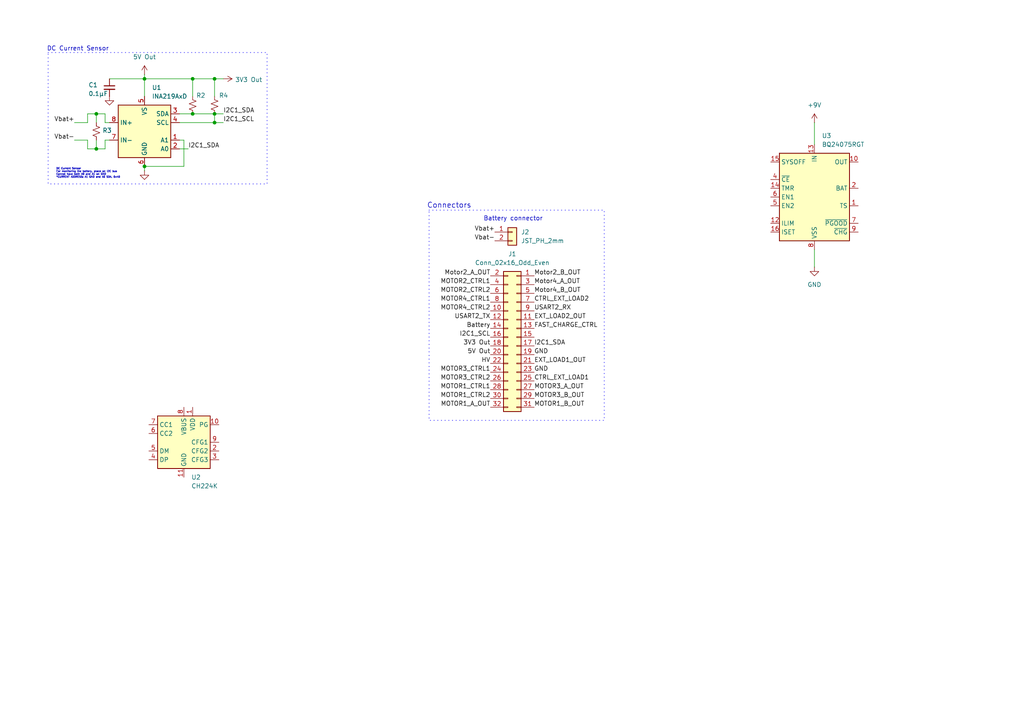
<source format=kicad_sch>
(kicad_sch
	(version 20250114)
	(generator "eeschema")
	(generator_version "9.0")
	(uuid "7765ff1a-d3b4-4c36-a374-0b467da55076")
	(paper "A4")
	(title_block
		(title "Power Subsystem")
		(date "2025-03-19")
		(rev "v1")
		(company "UCT")
		(comment 1 "Michael Smith")
		(comment 2 "Michael Lighton")
	)
	(lib_symbols
		(symbol "Battery_Management:BQ24075RGT"
			(exclude_from_sim no)
			(in_bom yes)
			(on_board yes)
			(property "Reference" "U"
				(at -8.89 13.97 0)
				(effects
					(font
						(size 1.27 1.27)
					)
					(justify right)
				)
			)
			(property "Value" "BQ24075RGT"
				(at 16.51 13.97 0)
				(effects
					(font
						(size 1.27 1.27)
					)
					(justify right)
				)
			)
			(property "Footprint" "Package_DFN_QFN:VQFN-16-1EP_3x3mm_P0.5mm_EP1.6x1.6mm"
				(at 7.62 -13.97 0)
				(effects
					(font
						(size 1.27 1.27)
					)
					(justify left)
					(hide yes)
				)
			)
			(property "Datasheet" "http://www.ti.com/lit/ds/symlink/bq24075.pdf"
				(at 7.62 5.08 0)
				(effects
					(font
						(size 1.27 1.27)
					)
					(hide yes)
				)
			)
			(property "Description" "USB-Friendly Li-Ion Battery Charger and Power-Path Management, VQFN-16"
				(at 0 0 0)
				(effects
					(font
						(size 1.27 1.27)
					)
					(hide yes)
				)
			)
			(property "ki_keywords" "USB Charger"
				(at 0 0 0)
				(effects
					(font
						(size 1.27 1.27)
					)
					(hide yes)
				)
			)
			(property "ki_fp_filters" "VQFN*1EP*3x3mm*P0.5mm*"
				(at 0 0 0)
				(effects
					(font
						(size 1.27 1.27)
					)
					(hide yes)
				)
			)
			(symbol "BQ24075RGT_0_1"
				(rectangle
					(start -10.16 12.7)
					(end 10.16 -12.7)
					(stroke
						(width 0.254)
						(type default)
					)
					(fill
						(type background)
					)
				)
			)
			(symbol "BQ24075RGT_1_1"
				(pin input line
					(at -12.7 10.16 0)
					(length 2.54)
					(name "SYSOFF"
						(effects
							(font
								(size 1.27 1.27)
							)
						)
					)
					(number "15"
						(effects
							(font
								(size 1.27 1.27)
							)
						)
					)
				)
				(pin input line
					(at -12.7 5.08 0)
					(length 2.54)
					(name "~{CE}"
						(effects
							(font
								(size 1.27 1.27)
							)
						)
					)
					(number "4"
						(effects
							(font
								(size 1.27 1.27)
							)
						)
					)
				)
				(pin input line
					(at -12.7 2.54 0)
					(length 2.54)
					(name "TMR"
						(effects
							(font
								(size 1.27 1.27)
							)
						)
					)
					(number "14"
						(effects
							(font
								(size 1.27 1.27)
							)
						)
					)
				)
				(pin input line
					(at -12.7 0 0)
					(length 2.54)
					(name "EN1"
						(effects
							(font
								(size 1.27 1.27)
							)
						)
					)
					(number "6"
						(effects
							(font
								(size 1.27 1.27)
							)
						)
					)
				)
				(pin input line
					(at -12.7 -2.54 0)
					(length 2.54)
					(name "EN2"
						(effects
							(font
								(size 1.27 1.27)
							)
						)
					)
					(number "5"
						(effects
							(font
								(size 1.27 1.27)
							)
						)
					)
				)
				(pin passive line
					(at -12.7 -7.62 0)
					(length 2.54)
					(name "ILIM"
						(effects
							(font
								(size 1.27 1.27)
							)
						)
					)
					(number "12"
						(effects
							(font
								(size 1.27 1.27)
							)
						)
					)
				)
				(pin passive line
					(at -12.7 -10.16 0)
					(length 2.54)
					(name "ISET"
						(effects
							(font
								(size 1.27 1.27)
							)
						)
					)
					(number "16"
						(effects
							(font
								(size 1.27 1.27)
							)
						)
					)
				)
				(pin power_in line
					(at 0 15.24 270)
					(length 2.54)
					(name "IN"
						(effects
							(font
								(size 1.27 1.27)
							)
						)
					)
					(number "13"
						(effects
							(font
								(size 1.27 1.27)
							)
						)
					)
				)
				(pin passive line
					(at 0 -15.24 90)
					(length 2.54)
					(hide yes)
					(name "VSS"
						(effects
							(font
								(size 1.27 1.27)
							)
						)
					)
					(number "17"
						(effects
							(font
								(size 1.27 1.27)
							)
						)
					)
				)
				(pin power_in line
					(at 0 -15.24 90)
					(length 2.54)
					(name "VSS"
						(effects
							(font
								(size 1.27 1.27)
							)
						)
					)
					(number "8"
						(effects
							(font
								(size 1.27 1.27)
							)
						)
					)
				)
				(pin power_out line
					(at 12.7 10.16 180)
					(length 2.54)
					(name "OUT"
						(effects
							(font
								(size 1.27 1.27)
							)
						)
					)
					(number "10"
						(effects
							(font
								(size 1.27 1.27)
							)
						)
					)
				)
				(pin passive line
					(at 12.7 10.16 180)
					(length 2.54)
					(hide yes)
					(name "OUT"
						(effects
							(font
								(size 1.27 1.27)
							)
						)
					)
					(number "11"
						(effects
							(font
								(size 1.27 1.27)
							)
						)
					)
				)
				(pin power_out line
					(at 12.7 2.54 180)
					(length 2.54)
					(name "BAT"
						(effects
							(font
								(size 1.27 1.27)
							)
						)
					)
					(number "2"
						(effects
							(font
								(size 1.27 1.27)
							)
						)
					)
				)
				(pin passive line
					(at 12.7 2.54 180)
					(length 2.54)
					(hide yes)
					(name "BAT"
						(effects
							(font
								(size 1.27 1.27)
							)
						)
					)
					(number "3"
						(effects
							(font
								(size 1.27 1.27)
							)
						)
					)
				)
				(pin passive line
					(at 12.7 -2.54 180)
					(length 2.54)
					(name "TS"
						(effects
							(font
								(size 1.27 1.27)
							)
						)
					)
					(number "1"
						(effects
							(font
								(size 1.27 1.27)
							)
						)
					)
				)
				(pin open_collector line
					(at 12.7 -7.62 180)
					(length 2.54)
					(name "~{PGOOD}"
						(effects
							(font
								(size 1.27 1.27)
							)
						)
					)
					(number "7"
						(effects
							(font
								(size 1.27 1.27)
							)
						)
					)
				)
				(pin open_collector line
					(at 12.7 -10.16 180)
					(length 2.54)
					(name "~{CHG}"
						(effects
							(font
								(size 1.27 1.27)
							)
						)
					)
					(number "9"
						(effects
							(font
								(size 1.27 1.27)
							)
						)
					)
				)
			)
			(embedded_fonts no)
		)
		(symbol "Connector_Generic:Conn_01x02"
			(pin_names
				(offset 1.016)
				(hide yes)
			)
			(exclude_from_sim no)
			(in_bom yes)
			(on_board yes)
			(property "Reference" "J"
				(at 0 2.54 0)
				(effects
					(font
						(size 1.27 1.27)
					)
				)
			)
			(property "Value" "Conn_01x02"
				(at 0 -5.08 0)
				(effects
					(font
						(size 1.27 1.27)
					)
				)
			)
			(property "Footprint" ""
				(at 0 0 0)
				(effects
					(font
						(size 1.27 1.27)
					)
					(hide yes)
				)
			)
			(property "Datasheet" "~"
				(at 0 0 0)
				(effects
					(font
						(size 1.27 1.27)
					)
					(hide yes)
				)
			)
			(property "Description" "Generic connector, single row, 01x02, script generated (kicad-library-utils/schlib/autogen/connector/)"
				(at 0 0 0)
				(effects
					(font
						(size 1.27 1.27)
					)
					(hide yes)
				)
			)
			(property "ki_keywords" "connector"
				(at 0 0 0)
				(effects
					(font
						(size 1.27 1.27)
					)
					(hide yes)
				)
			)
			(property "ki_fp_filters" "Connector*:*_1x??_*"
				(at 0 0 0)
				(effects
					(font
						(size 1.27 1.27)
					)
					(hide yes)
				)
			)
			(symbol "Conn_01x02_1_1"
				(rectangle
					(start -1.27 1.27)
					(end 1.27 -3.81)
					(stroke
						(width 0.254)
						(type default)
					)
					(fill
						(type background)
					)
				)
				(rectangle
					(start -1.27 0.127)
					(end 0 -0.127)
					(stroke
						(width 0.1524)
						(type default)
					)
					(fill
						(type none)
					)
				)
				(rectangle
					(start -1.27 -2.413)
					(end 0 -2.667)
					(stroke
						(width 0.1524)
						(type default)
					)
					(fill
						(type none)
					)
				)
				(pin passive line
					(at -5.08 0 0)
					(length 3.81)
					(name "Pin_1"
						(effects
							(font
								(size 1.27 1.27)
							)
						)
					)
					(number "1"
						(effects
							(font
								(size 1.27 1.27)
							)
						)
					)
				)
				(pin passive line
					(at -5.08 -2.54 0)
					(length 3.81)
					(name "Pin_2"
						(effects
							(font
								(size 1.27 1.27)
							)
						)
					)
					(number "2"
						(effects
							(font
								(size 1.27 1.27)
							)
						)
					)
				)
			)
			(embedded_fonts no)
		)
		(symbol "Connector_Generic:Conn_02x16_Odd_Even"
			(pin_names
				(offset 1.016)
				(hide yes)
			)
			(exclude_from_sim no)
			(in_bom yes)
			(on_board yes)
			(property "Reference" "J"
				(at 1.27 20.32 0)
				(effects
					(font
						(size 1.27 1.27)
					)
				)
			)
			(property "Value" "Conn_02x16_Odd_Even"
				(at 1.27 -22.86 0)
				(effects
					(font
						(size 1.27 1.27)
					)
				)
			)
			(property "Footprint" ""
				(at 0 0 0)
				(effects
					(font
						(size 1.27 1.27)
					)
					(hide yes)
				)
			)
			(property "Datasheet" "~"
				(at 0 0 0)
				(effects
					(font
						(size 1.27 1.27)
					)
					(hide yes)
				)
			)
			(property "Description" "Generic connector, double row, 02x16, odd/even pin numbering scheme (row 1 odd numbers, row 2 even numbers), script generated (kicad-library-utils/schlib/autogen/connector/)"
				(at 0 0 0)
				(effects
					(font
						(size 1.27 1.27)
					)
					(hide yes)
				)
			)
			(property "ki_keywords" "connector"
				(at 0 0 0)
				(effects
					(font
						(size 1.27 1.27)
					)
					(hide yes)
				)
			)
			(property "ki_fp_filters" "Connector*:*_2x??_*"
				(at 0 0 0)
				(effects
					(font
						(size 1.27 1.27)
					)
					(hide yes)
				)
			)
			(symbol "Conn_02x16_Odd_Even_1_1"
				(rectangle
					(start -1.27 19.05)
					(end 3.81 -21.59)
					(stroke
						(width 0.254)
						(type default)
					)
					(fill
						(type background)
					)
				)
				(rectangle
					(start -1.27 17.907)
					(end 0 17.653)
					(stroke
						(width 0.1524)
						(type default)
					)
					(fill
						(type none)
					)
				)
				(rectangle
					(start -1.27 15.367)
					(end 0 15.113)
					(stroke
						(width 0.1524)
						(type default)
					)
					(fill
						(type none)
					)
				)
				(rectangle
					(start -1.27 12.827)
					(end 0 12.573)
					(stroke
						(width 0.1524)
						(type default)
					)
					(fill
						(type none)
					)
				)
				(rectangle
					(start -1.27 10.287)
					(end 0 10.033)
					(stroke
						(width 0.1524)
						(type default)
					)
					(fill
						(type none)
					)
				)
				(rectangle
					(start -1.27 7.747)
					(end 0 7.493)
					(stroke
						(width 0.1524)
						(type default)
					)
					(fill
						(type none)
					)
				)
				(rectangle
					(start -1.27 5.207)
					(end 0 4.953)
					(stroke
						(width 0.1524)
						(type default)
					)
					(fill
						(type none)
					)
				)
				(rectangle
					(start -1.27 2.667)
					(end 0 2.413)
					(stroke
						(width 0.1524)
						(type default)
					)
					(fill
						(type none)
					)
				)
				(rectangle
					(start -1.27 0.127)
					(end 0 -0.127)
					(stroke
						(width 0.1524)
						(type default)
					)
					(fill
						(type none)
					)
				)
				(rectangle
					(start -1.27 -2.413)
					(end 0 -2.667)
					(stroke
						(width 0.1524)
						(type default)
					)
					(fill
						(type none)
					)
				)
				(rectangle
					(start -1.27 -4.953)
					(end 0 -5.207)
					(stroke
						(width 0.1524)
						(type default)
					)
					(fill
						(type none)
					)
				)
				(rectangle
					(start -1.27 -7.493)
					(end 0 -7.747)
					(stroke
						(width 0.1524)
						(type default)
					)
					(fill
						(type none)
					)
				)
				(rectangle
					(start -1.27 -10.033)
					(end 0 -10.287)
					(stroke
						(width 0.1524)
						(type default)
					)
					(fill
						(type none)
					)
				)
				(rectangle
					(start -1.27 -12.573)
					(end 0 -12.827)
					(stroke
						(width 0.1524)
						(type default)
					)
					(fill
						(type none)
					)
				)
				(rectangle
					(start -1.27 -15.113)
					(end 0 -15.367)
					(stroke
						(width 0.1524)
						(type default)
					)
					(fill
						(type none)
					)
				)
				(rectangle
					(start -1.27 -17.653)
					(end 0 -17.907)
					(stroke
						(width 0.1524)
						(type default)
					)
					(fill
						(type none)
					)
				)
				(rectangle
					(start -1.27 -20.193)
					(end 0 -20.447)
					(stroke
						(width 0.1524)
						(type default)
					)
					(fill
						(type none)
					)
				)
				(rectangle
					(start 3.81 17.907)
					(end 2.54 17.653)
					(stroke
						(width 0.1524)
						(type default)
					)
					(fill
						(type none)
					)
				)
				(rectangle
					(start 3.81 15.367)
					(end 2.54 15.113)
					(stroke
						(width 0.1524)
						(type default)
					)
					(fill
						(type none)
					)
				)
				(rectangle
					(start 3.81 12.827)
					(end 2.54 12.573)
					(stroke
						(width 0.1524)
						(type default)
					)
					(fill
						(type none)
					)
				)
				(rectangle
					(start 3.81 10.287)
					(end 2.54 10.033)
					(stroke
						(width 0.1524)
						(type default)
					)
					(fill
						(type none)
					)
				)
				(rectangle
					(start 3.81 7.747)
					(end 2.54 7.493)
					(stroke
						(width 0.1524)
						(type default)
					)
					(fill
						(type none)
					)
				)
				(rectangle
					(start 3.81 5.207)
					(end 2.54 4.953)
					(stroke
						(width 0.1524)
						(type default)
					)
					(fill
						(type none)
					)
				)
				(rectangle
					(start 3.81 2.667)
					(end 2.54 2.413)
					(stroke
						(width 0.1524)
						(type default)
					)
					(fill
						(type none)
					)
				)
				(rectangle
					(start 3.81 0.127)
					(end 2.54 -0.127)
					(stroke
						(width 0.1524)
						(type default)
					)
					(fill
						(type none)
					)
				)
				(rectangle
					(start 3.81 -2.413)
					(end 2.54 -2.667)
					(stroke
						(width 0.1524)
						(type default)
					)
					(fill
						(type none)
					)
				)
				(rectangle
					(start 3.81 -4.953)
					(end 2.54 -5.207)
					(stroke
						(width 0.1524)
						(type default)
					)
					(fill
						(type none)
					)
				)
				(rectangle
					(start 3.81 -7.493)
					(end 2.54 -7.747)
					(stroke
						(width 0.1524)
						(type default)
					)
					(fill
						(type none)
					)
				)
				(rectangle
					(start 3.81 -10.033)
					(end 2.54 -10.287)
					(stroke
						(width 0.1524)
						(type default)
					)
					(fill
						(type none)
					)
				)
				(rectangle
					(start 3.81 -12.573)
					(end 2.54 -12.827)
					(stroke
						(width 0.1524)
						(type default)
					)
					(fill
						(type none)
					)
				)
				(rectangle
					(start 3.81 -15.113)
					(end 2.54 -15.367)
					(stroke
						(width 0.1524)
						(type default)
					)
					(fill
						(type none)
					)
				)
				(rectangle
					(start 3.81 -17.653)
					(end 2.54 -17.907)
					(stroke
						(width 0.1524)
						(type default)
					)
					(fill
						(type none)
					)
				)
				(rectangle
					(start 3.81 -20.193)
					(end 2.54 -20.447)
					(stroke
						(width 0.1524)
						(type default)
					)
					(fill
						(type none)
					)
				)
				(pin passive line
					(at -5.08 17.78 0)
					(length 3.81)
					(name "Pin_1"
						(effects
							(font
								(size 1.27 1.27)
							)
						)
					)
					(number "1"
						(effects
							(font
								(size 1.27 1.27)
							)
						)
					)
				)
				(pin passive line
					(at -5.08 15.24 0)
					(length 3.81)
					(name "Pin_3"
						(effects
							(font
								(size 1.27 1.27)
							)
						)
					)
					(number "3"
						(effects
							(font
								(size 1.27 1.27)
							)
						)
					)
				)
				(pin passive line
					(at -5.08 12.7 0)
					(length 3.81)
					(name "Pin_5"
						(effects
							(font
								(size 1.27 1.27)
							)
						)
					)
					(number "5"
						(effects
							(font
								(size 1.27 1.27)
							)
						)
					)
				)
				(pin passive line
					(at -5.08 10.16 0)
					(length 3.81)
					(name "Pin_7"
						(effects
							(font
								(size 1.27 1.27)
							)
						)
					)
					(number "7"
						(effects
							(font
								(size 1.27 1.27)
							)
						)
					)
				)
				(pin passive line
					(at -5.08 7.62 0)
					(length 3.81)
					(name "Pin_9"
						(effects
							(font
								(size 1.27 1.27)
							)
						)
					)
					(number "9"
						(effects
							(font
								(size 1.27 1.27)
							)
						)
					)
				)
				(pin passive line
					(at -5.08 5.08 0)
					(length 3.81)
					(name "Pin_11"
						(effects
							(font
								(size 1.27 1.27)
							)
						)
					)
					(number "11"
						(effects
							(font
								(size 1.27 1.27)
							)
						)
					)
				)
				(pin passive line
					(at -5.08 2.54 0)
					(length 3.81)
					(name "Pin_13"
						(effects
							(font
								(size 1.27 1.27)
							)
						)
					)
					(number "13"
						(effects
							(font
								(size 1.27 1.27)
							)
						)
					)
				)
				(pin passive line
					(at -5.08 0 0)
					(length 3.81)
					(name "Pin_15"
						(effects
							(font
								(size 1.27 1.27)
							)
						)
					)
					(number "15"
						(effects
							(font
								(size 1.27 1.27)
							)
						)
					)
				)
				(pin passive line
					(at -5.08 -2.54 0)
					(length 3.81)
					(name "Pin_17"
						(effects
							(font
								(size 1.27 1.27)
							)
						)
					)
					(number "17"
						(effects
							(font
								(size 1.27 1.27)
							)
						)
					)
				)
				(pin passive line
					(at -5.08 -5.08 0)
					(length 3.81)
					(name "Pin_19"
						(effects
							(font
								(size 1.27 1.27)
							)
						)
					)
					(number "19"
						(effects
							(font
								(size 1.27 1.27)
							)
						)
					)
				)
				(pin passive line
					(at -5.08 -7.62 0)
					(length 3.81)
					(name "Pin_21"
						(effects
							(font
								(size 1.27 1.27)
							)
						)
					)
					(number "21"
						(effects
							(font
								(size 1.27 1.27)
							)
						)
					)
				)
				(pin passive line
					(at -5.08 -10.16 0)
					(length 3.81)
					(name "Pin_23"
						(effects
							(font
								(size 1.27 1.27)
							)
						)
					)
					(number "23"
						(effects
							(font
								(size 1.27 1.27)
							)
						)
					)
				)
				(pin passive line
					(at -5.08 -12.7 0)
					(length 3.81)
					(name "Pin_25"
						(effects
							(font
								(size 1.27 1.27)
							)
						)
					)
					(number "25"
						(effects
							(font
								(size 1.27 1.27)
							)
						)
					)
				)
				(pin passive line
					(at -5.08 -15.24 0)
					(length 3.81)
					(name "Pin_27"
						(effects
							(font
								(size 1.27 1.27)
							)
						)
					)
					(number "27"
						(effects
							(font
								(size 1.27 1.27)
							)
						)
					)
				)
				(pin passive line
					(at -5.08 -17.78 0)
					(length 3.81)
					(name "Pin_29"
						(effects
							(font
								(size 1.27 1.27)
							)
						)
					)
					(number "29"
						(effects
							(font
								(size 1.27 1.27)
							)
						)
					)
				)
				(pin passive line
					(at -5.08 -20.32 0)
					(length 3.81)
					(name "Pin_31"
						(effects
							(font
								(size 1.27 1.27)
							)
						)
					)
					(number "31"
						(effects
							(font
								(size 1.27 1.27)
							)
						)
					)
				)
				(pin passive line
					(at 7.62 17.78 180)
					(length 3.81)
					(name "Pin_2"
						(effects
							(font
								(size 1.27 1.27)
							)
						)
					)
					(number "2"
						(effects
							(font
								(size 1.27 1.27)
							)
						)
					)
				)
				(pin passive line
					(at 7.62 15.24 180)
					(length 3.81)
					(name "Pin_4"
						(effects
							(font
								(size 1.27 1.27)
							)
						)
					)
					(number "4"
						(effects
							(font
								(size 1.27 1.27)
							)
						)
					)
				)
				(pin passive line
					(at 7.62 12.7 180)
					(length 3.81)
					(name "Pin_6"
						(effects
							(font
								(size 1.27 1.27)
							)
						)
					)
					(number "6"
						(effects
							(font
								(size 1.27 1.27)
							)
						)
					)
				)
				(pin passive line
					(at 7.62 10.16 180)
					(length 3.81)
					(name "Pin_8"
						(effects
							(font
								(size 1.27 1.27)
							)
						)
					)
					(number "8"
						(effects
							(font
								(size 1.27 1.27)
							)
						)
					)
				)
				(pin passive line
					(at 7.62 7.62 180)
					(length 3.81)
					(name "Pin_10"
						(effects
							(font
								(size 1.27 1.27)
							)
						)
					)
					(number "10"
						(effects
							(font
								(size 1.27 1.27)
							)
						)
					)
				)
				(pin passive line
					(at 7.62 5.08 180)
					(length 3.81)
					(name "Pin_12"
						(effects
							(font
								(size 1.27 1.27)
							)
						)
					)
					(number "12"
						(effects
							(font
								(size 1.27 1.27)
							)
						)
					)
				)
				(pin passive line
					(at 7.62 2.54 180)
					(length 3.81)
					(name "Pin_14"
						(effects
							(font
								(size 1.27 1.27)
							)
						)
					)
					(number "14"
						(effects
							(font
								(size 1.27 1.27)
							)
						)
					)
				)
				(pin passive line
					(at 7.62 0 180)
					(length 3.81)
					(name "Pin_16"
						(effects
							(font
								(size 1.27 1.27)
							)
						)
					)
					(number "16"
						(effects
							(font
								(size 1.27 1.27)
							)
						)
					)
				)
				(pin passive line
					(at 7.62 -2.54 180)
					(length 3.81)
					(name "Pin_18"
						(effects
							(font
								(size 1.27 1.27)
							)
						)
					)
					(number "18"
						(effects
							(font
								(size 1.27 1.27)
							)
						)
					)
				)
				(pin passive line
					(at 7.62 -5.08 180)
					(length 3.81)
					(name "Pin_20"
						(effects
							(font
								(size 1.27 1.27)
							)
						)
					)
					(number "20"
						(effects
							(font
								(size 1.27 1.27)
							)
						)
					)
				)
				(pin passive line
					(at 7.62 -7.62 180)
					(length 3.81)
					(name "Pin_22"
						(effects
							(font
								(size 1.27 1.27)
							)
						)
					)
					(number "22"
						(effects
							(font
								(size 1.27 1.27)
							)
						)
					)
				)
				(pin passive line
					(at 7.62 -10.16 180)
					(length 3.81)
					(name "Pin_24"
						(effects
							(font
								(size 1.27 1.27)
							)
						)
					)
					(number "24"
						(effects
							(font
								(size 1.27 1.27)
							)
						)
					)
				)
				(pin passive line
					(at 7.62 -12.7 180)
					(length 3.81)
					(name "Pin_26"
						(effects
							(font
								(size 1.27 1.27)
							)
						)
					)
					(number "26"
						(effects
							(font
								(size 1.27 1.27)
							)
						)
					)
				)
				(pin passive line
					(at 7.62 -15.24 180)
					(length 3.81)
					(name "Pin_28"
						(effects
							(font
								(size 1.27 1.27)
							)
						)
					)
					(number "28"
						(effects
							(font
								(size 1.27 1.27)
							)
						)
					)
				)
				(pin passive line
					(at 7.62 -17.78 180)
					(length 3.81)
					(name "Pin_30"
						(effects
							(font
								(size 1.27 1.27)
							)
						)
					)
					(number "30"
						(effects
							(font
								(size 1.27 1.27)
							)
						)
					)
				)
				(pin passive line
					(at 7.62 -20.32 180)
					(length 3.81)
					(name "Pin_32"
						(effects
							(font
								(size 1.27 1.27)
							)
						)
					)
					(number "32"
						(effects
							(font
								(size 1.27 1.27)
							)
						)
					)
				)
			)
			(embedded_fonts no)
		)
		(symbol "Device:C_Small"
			(pin_numbers
				(hide yes)
			)
			(pin_names
				(offset 0.254)
				(hide yes)
			)
			(exclude_from_sim no)
			(in_bom yes)
			(on_board yes)
			(property "Reference" "C"
				(at 0.254 1.778 0)
				(effects
					(font
						(size 1.27 1.27)
					)
					(justify left)
				)
			)
			(property "Value" "C_Small"
				(at 0.254 -2.032 0)
				(effects
					(font
						(size 1.27 1.27)
					)
					(justify left)
				)
			)
			(property "Footprint" ""
				(at 0 0 0)
				(effects
					(font
						(size 1.27 1.27)
					)
					(hide yes)
				)
			)
			(property "Datasheet" "~"
				(at 0 0 0)
				(effects
					(font
						(size 1.27 1.27)
					)
					(hide yes)
				)
			)
			(property "Description" "Unpolarized capacitor, small symbol"
				(at 0 0 0)
				(effects
					(font
						(size 1.27 1.27)
					)
					(hide yes)
				)
			)
			(property "ki_keywords" "capacitor cap"
				(at 0 0 0)
				(effects
					(font
						(size 1.27 1.27)
					)
					(hide yes)
				)
			)
			(property "ki_fp_filters" "C_*"
				(at 0 0 0)
				(effects
					(font
						(size 1.27 1.27)
					)
					(hide yes)
				)
			)
			(symbol "C_Small_0_1"
				(polyline
					(pts
						(xy -1.524 0.508) (xy 1.524 0.508)
					)
					(stroke
						(width 0.3048)
						(type default)
					)
					(fill
						(type none)
					)
				)
				(polyline
					(pts
						(xy -1.524 -0.508) (xy 1.524 -0.508)
					)
					(stroke
						(width 0.3302)
						(type default)
					)
					(fill
						(type none)
					)
				)
			)
			(symbol "C_Small_1_1"
				(pin passive line
					(at 0 2.54 270)
					(length 2.032)
					(name "~"
						(effects
							(font
								(size 1.27 1.27)
							)
						)
					)
					(number "1"
						(effects
							(font
								(size 1.27 1.27)
							)
						)
					)
				)
				(pin passive line
					(at 0 -2.54 90)
					(length 2.032)
					(name "~"
						(effects
							(font
								(size 1.27 1.27)
							)
						)
					)
					(number "2"
						(effects
							(font
								(size 1.27 1.27)
							)
						)
					)
				)
			)
			(embedded_fonts no)
		)
		(symbol "Device:R_Small_US"
			(pin_numbers
				(hide yes)
			)
			(pin_names
				(offset 0.254)
				(hide yes)
			)
			(exclude_from_sim no)
			(in_bom yes)
			(on_board yes)
			(property "Reference" "R"
				(at 0.762 0.508 0)
				(effects
					(font
						(size 1.27 1.27)
					)
					(justify left)
				)
			)
			(property "Value" "R_Small_US"
				(at 0.762 -1.016 0)
				(effects
					(font
						(size 1.27 1.27)
					)
					(justify left)
				)
			)
			(property "Footprint" ""
				(at 0 0 0)
				(effects
					(font
						(size 1.27 1.27)
					)
					(hide yes)
				)
			)
			(property "Datasheet" "~"
				(at 0 0 0)
				(effects
					(font
						(size 1.27 1.27)
					)
					(hide yes)
				)
			)
			(property "Description" "Resistor, small US symbol"
				(at 0 0 0)
				(effects
					(font
						(size 1.27 1.27)
					)
					(hide yes)
				)
			)
			(property "ki_keywords" "r resistor"
				(at 0 0 0)
				(effects
					(font
						(size 1.27 1.27)
					)
					(hide yes)
				)
			)
			(property "ki_fp_filters" "R_*"
				(at 0 0 0)
				(effects
					(font
						(size 1.27 1.27)
					)
					(hide yes)
				)
			)
			(symbol "R_Small_US_1_1"
				(polyline
					(pts
						(xy 0 1.524) (xy 1.016 1.143) (xy 0 0.762) (xy -1.016 0.381) (xy 0 0)
					)
					(stroke
						(width 0)
						(type default)
					)
					(fill
						(type none)
					)
				)
				(polyline
					(pts
						(xy 0 0) (xy 1.016 -0.381) (xy 0 -0.762) (xy -1.016 -1.143) (xy 0 -1.524)
					)
					(stroke
						(width 0)
						(type default)
					)
					(fill
						(type none)
					)
				)
				(pin passive line
					(at 0 2.54 270)
					(length 1.016)
					(name "~"
						(effects
							(font
								(size 1.27 1.27)
							)
						)
					)
					(number "1"
						(effects
							(font
								(size 1.27 1.27)
							)
						)
					)
				)
				(pin passive line
					(at 0 -2.54 90)
					(length 1.016)
					(name "~"
						(effects
							(font
								(size 1.27 1.27)
							)
						)
					)
					(number "2"
						(effects
							(font
								(size 1.27 1.27)
							)
						)
					)
				)
			)
			(embedded_fonts no)
		)
		(symbol "Interface_USB:CH224K"
			(exclude_from_sim no)
			(in_bom yes)
			(on_board yes)
			(property "Reference" "U"
				(at -7.874 -8.89 0)
				(effects
					(font
						(size 1.27 1.27)
					)
					(justify left)
				)
			)
			(property "Value" "CH224K"
				(at 3.048 -8.89 0)
				(effects
					(font
						(size 1.27 1.27)
					)
					(justify left)
				)
			)
			(property "Footprint" "Package_SO:SSOP-10-1EP_3.9x4.9mm_P1mm_EP2.1x3.3mm"
				(at 0 -24.13 0)
				(effects
					(font
						(size 1.27 1.27)
					)
					(hide yes)
				)
			)
			(property "Datasheet" "https://www.wch.cn/downloads/file/301.html"
				(at 0 13.97 0)
				(effects
					(font
						(size 1.27 1.27)
					)
					(hide yes)
				)
			)
			(property "Description" "100W USB Type-C PD3.0/2.0, BC1.2 Sink Controller, SSOP-10"
				(at 0 0 0)
				(effects
					(font
						(size 1.27 1.27)
					)
					(hide yes)
				)
			)
			(property "ki_keywords" "USB-C WCH powered-device"
				(at 0 0 0)
				(effects
					(font
						(size 1.27 1.27)
					)
					(hide yes)
				)
			)
			(property "ki_fp_filters" "SSOP*3.9x4.9mm*P1mm*EP2.1x3.3mm*"
				(at 0 0 0)
				(effects
					(font
						(size 1.27 1.27)
					)
					(hide yes)
				)
			)
			(symbol "CH224K_1_1"
				(rectangle
					(start -7.62 7.62)
					(end 7.62 -7.62)
					(stroke
						(width 0.254)
						(type default)
					)
					(fill
						(type background)
					)
				)
				(pin bidirectional line
					(at -10.16 5.08 0)
					(length 2.54)
					(name "CC1"
						(effects
							(font
								(size 1.27 1.27)
							)
						)
					)
					(number "7"
						(effects
							(font
								(size 1.27 1.27)
							)
						)
					)
				)
				(pin bidirectional line
					(at -10.16 2.54 0)
					(length 2.54)
					(name "CC2"
						(effects
							(font
								(size 1.27 1.27)
							)
						)
					)
					(number "6"
						(effects
							(font
								(size 1.27 1.27)
							)
						)
					)
				)
				(pin bidirectional line
					(at -10.16 -2.54 0)
					(length 2.54)
					(name "DM"
						(effects
							(font
								(size 1.27 1.27)
							)
						)
					)
					(number "5"
						(effects
							(font
								(size 1.27 1.27)
							)
						)
					)
				)
				(pin bidirectional line
					(at -10.16 -5.08 0)
					(length 2.54)
					(name "DP"
						(effects
							(font
								(size 1.27 1.27)
							)
						)
					)
					(number "4"
						(effects
							(font
								(size 1.27 1.27)
							)
						)
					)
				)
				(pin passive line
					(at 0 10.16 270)
					(length 2.54)
					(name "VBUS"
						(effects
							(font
								(size 1.27 1.27)
							)
						)
					)
					(number "8"
						(effects
							(font
								(size 1.27 1.27)
							)
						)
					)
				)
				(pin power_in line
					(at 0 -10.16 90)
					(length 2.54)
					(name "GND"
						(effects
							(font
								(size 1.27 1.27)
							)
						)
					)
					(number "11"
						(effects
							(font
								(size 1.27 1.27)
							)
						)
					)
				)
				(pin power_in line
					(at 2.54 10.16 270)
					(length 2.54)
					(name "VDD"
						(effects
							(font
								(size 1.27 1.27)
							)
						)
					)
					(number "1"
						(effects
							(font
								(size 1.27 1.27)
							)
						)
					)
				)
				(pin open_collector line
					(at 10.16 5.08 180)
					(length 2.54)
					(name "PG"
						(effects
							(font
								(size 1.27 1.27)
							)
						)
					)
					(number "10"
						(effects
							(font
								(size 1.27 1.27)
							)
						)
					)
				)
				(pin passive line
					(at 10.16 0 180)
					(length 2.54)
					(name "CFG1"
						(effects
							(font
								(size 1.27 1.27)
							)
						)
					)
					(number "9"
						(effects
							(font
								(size 1.27 1.27)
							)
						)
					)
				)
				(pin passive line
					(at 10.16 -2.54 180)
					(length 2.54)
					(name "CFG2"
						(effects
							(font
								(size 1.27 1.27)
							)
						)
					)
					(number "2"
						(effects
							(font
								(size 1.27 1.27)
							)
						)
					)
				)
				(pin passive line
					(at 10.16 -5.08 180)
					(length 2.54)
					(name "CFG3"
						(effects
							(font
								(size 1.27 1.27)
							)
						)
					)
					(number "3"
						(effects
							(font
								(size 1.27 1.27)
							)
						)
					)
				)
			)
			(embedded_fonts no)
		)
		(symbol "Sensor_Energy:INA219AxD"
			(exclude_from_sim no)
			(in_bom yes)
			(on_board yes)
			(property "Reference" "U"
				(at -6.35 8.89 0)
				(effects
					(font
						(size 1.27 1.27)
					)
				)
			)
			(property "Value" "INA219AxD"
				(at 5.08 8.89 0)
				(effects
					(font
						(size 1.27 1.27)
					)
				)
			)
			(property "Footprint" "Package_SO:SOIC-8_3.9x4.9mm_P1.27mm"
				(at 20.32 -8.89 0)
				(effects
					(font
						(size 1.27 1.27)
					)
					(hide yes)
				)
			)
			(property "Datasheet" "http://www.ti.com/lit/ds/symlink/ina219.pdf"
				(at 8.89 -2.54 0)
				(effects
					(font
						(size 1.27 1.27)
					)
					(hide yes)
				)
			)
			(property "Description" "Zero-Drift, Bidirectional Current/Power Monitor (0-26V) With I2C Interface, SOIC-8"
				(at 0 0 0)
				(effects
					(font
						(size 1.27 1.27)
					)
					(hide yes)
				)
			)
			(property "ki_keywords" "ADC I2C 16-Bit Oversampling Current Shunt"
				(at 0 0 0)
				(effects
					(font
						(size 1.27 1.27)
					)
					(hide yes)
				)
			)
			(property "ki_fp_filters" "SOIC*3.9x4.9mm*P1.27mm*"
				(at 0 0 0)
				(effects
					(font
						(size 1.27 1.27)
					)
					(hide yes)
				)
			)
			(symbol "INA219AxD_0_1"
				(rectangle
					(start -7.62 7.62)
					(end 7.62 -7.62)
					(stroke
						(width 0.254)
						(type default)
					)
					(fill
						(type background)
					)
				)
			)
			(symbol "INA219AxD_1_1"
				(pin input line
					(at -10.16 2.54 0)
					(length 2.54)
					(name "IN+"
						(effects
							(font
								(size 1.27 1.27)
							)
						)
					)
					(number "8"
						(effects
							(font
								(size 1.27 1.27)
							)
						)
					)
				)
				(pin input line
					(at -10.16 -2.54 0)
					(length 2.54)
					(name "IN-"
						(effects
							(font
								(size 1.27 1.27)
							)
						)
					)
					(number "7"
						(effects
							(font
								(size 1.27 1.27)
							)
						)
					)
				)
				(pin power_in line
					(at 0 10.16 270)
					(length 2.54)
					(name "VS"
						(effects
							(font
								(size 1.27 1.27)
							)
						)
					)
					(number "5"
						(effects
							(font
								(size 1.27 1.27)
							)
						)
					)
				)
				(pin power_in line
					(at 0 -10.16 90)
					(length 2.54)
					(name "GND"
						(effects
							(font
								(size 1.27 1.27)
							)
						)
					)
					(number "6"
						(effects
							(font
								(size 1.27 1.27)
							)
						)
					)
				)
				(pin bidirectional line
					(at 10.16 5.08 180)
					(length 2.54)
					(name "SDA"
						(effects
							(font
								(size 1.27 1.27)
							)
						)
					)
					(number "3"
						(effects
							(font
								(size 1.27 1.27)
							)
						)
					)
				)
				(pin input line
					(at 10.16 2.54 180)
					(length 2.54)
					(name "SCL"
						(effects
							(font
								(size 1.27 1.27)
							)
						)
					)
					(number "4"
						(effects
							(font
								(size 1.27 1.27)
							)
						)
					)
				)
				(pin input line
					(at 10.16 -2.54 180)
					(length 2.54)
					(name "A1"
						(effects
							(font
								(size 1.27 1.27)
							)
						)
					)
					(number "1"
						(effects
							(font
								(size 1.27 1.27)
							)
						)
					)
				)
				(pin input line
					(at 10.16 -5.08 180)
					(length 2.54)
					(name "A0"
						(effects
							(font
								(size 1.27 1.27)
							)
						)
					)
					(number "2"
						(effects
							(font
								(size 1.27 1.27)
							)
						)
					)
				)
			)
			(embedded_fonts no)
		)
		(symbol "power:+9V"
			(power)
			(pin_numbers
				(hide yes)
			)
			(pin_names
				(offset 0)
				(hide yes)
			)
			(exclude_from_sim no)
			(in_bom yes)
			(on_board yes)
			(property "Reference" "#PWR"
				(at 0 -3.81 0)
				(effects
					(font
						(size 1.27 1.27)
					)
					(hide yes)
				)
			)
			(property "Value" "+9V"
				(at 0 3.556 0)
				(effects
					(font
						(size 1.27 1.27)
					)
				)
			)
			(property "Footprint" ""
				(at 0 0 0)
				(effects
					(font
						(size 1.27 1.27)
					)
					(hide yes)
				)
			)
			(property "Datasheet" ""
				(at 0 0 0)
				(effects
					(font
						(size 1.27 1.27)
					)
					(hide yes)
				)
			)
			(property "Description" "Power symbol creates a global label with name \"+9V\""
				(at 0 0 0)
				(effects
					(font
						(size 1.27 1.27)
					)
					(hide yes)
				)
			)
			(property "ki_keywords" "global power"
				(at 0 0 0)
				(effects
					(font
						(size 1.27 1.27)
					)
					(hide yes)
				)
			)
			(symbol "+9V_0_1"
				(polyline
					(pts
						(xy -0.762 1.27) (xy 0 2.54)
					)
					(stroke
						(width 0)
						(type default)
					)
					(fill
						(type none)
					)
				)
				(polyline
					(pts
						(xy 0 2.54) (xy 0.762 1.27)
					)
					(stroke
						(width 0)
						(type default)
					)
					(fill
						(type none)
					)
				)
				(polyline
					(pts
						(xy 0 0) (xy 0 2.54)
					)
					(stroke
						(width 0)
						(type default)
					)
					(fill
						(type none)
					)
				)
			)
			(symbol "+9V_1_1"
				(pin power_in line
					(at 0 0 90)
					(length 0)
					(name "~"
						(effects
							(font
								(size 1.27 1.27)
							)
						)
					)
					(number "1"
						(effects
							(font
								(size 1.27 1.27)
							)
						)
					)
				)
			)
			(embedded_fonts no)
		)
		(symbol "power:GND"
			(power)
			(pin_numbers
				(hide yes)
			)
			(pin_names
				(offset 0)
				(hide yes)
			)
			(exclude_from_sim no)
			(in_bom yes)
			(on_board yes)
			(property "Reference" "#PWR"
				(at 0 -6.35 0)
				(effects
					(font
						(size 1.27 1.27)
					)
					(hide yes)
				)
			)
			(property "Value" "GND"
				(at 0 -3.81 0)
				(effects
					(font
						(size 1.27 1.27)
					)
				)
			)
			(property "Footprint" ""
				(at 0 0 0)
				(effects
					(font
						(size 1.27 1.27)
					)
					(hide yes)
				)
			)
			(property "Datasheet" ""
				(at 0 0 0)
				(effects
					(font
						(size 1.27 1.27)
					)
					(hide yes)
				)
			)
			(property "Description" "Power symbol creates a global label with name \"GND\" , ground"
				(at 0 0 0)
				(effects
					(font
						(size 1.27 1.27)
					)
					(hide yes)
				)
			)
			(property "ki_keywords" "global power"
				(at 0 0 0)
				(effects
					(font
						(size 1.27 1.27)
					)
					(hide yes)
				)
			)
			(symbol "GND_0_1"
				(polyline
					(pts
						(xy 0 0) (xy 0 -1.27) (xy 1.27 -1.27) (xy 0 -2.54) (xy -1.27 -1.27) (xy 0 -1.27)
					)
					(stroke
						(width 0)
						(type default)
					)
					(fill
						(type none)
					)
				)
			)
			(symbol "GND_1_1"
				(pin power_in line
					(at 0 0 270)
					(length 0)
					(name "~"
						(effects
							(font
								(size 1.27 1.27)
							)
						)
					)
					(number "1"
						(effects
							(font
								(size 1.27 1.27)
							)
						)
					)
				)
			)
			(embedded_fonts no)
		)
		(symbol "power:VCC"
			(power)
			(pin_numbers
				(hide yes)
			)
			(pin_names
				(offset 0)
				(hide yes)
			)
			(exclude_from_sim no)
			(in_bom yes)
			(on_board yes)
			(property "Reference" "#PWR"
				(at 0 -3.81 0)
				(effects
					(font
						(size 1.27 1.27)
					)
					(hide yes)
				)
			)
			(property "Value" "VCC"
				(at 0 3.556 0)
				(effects
					(font
						(size 1.27 1.27)
					)
				)
			)
			(property "Footprint" ""
				(at 0 0 0)
				(effects
					(font
						(size 1.27 1.27)
					)
					(hide yes)
				)
			)
			(property "Datasheet" ""
				(at 0 0 0)
				(effects
					(font
						(size 1.27 1.27)
					)
					(hide yes)
				)
			)
			(property "Description" "Power symbol creates a global label with name \"VCC\""
				(at 0 0 0)
				(effects
					(font
						(size 1.27 1.27)
					)
					(hide yes)
				)
			)
			(property "ki_keywords" "global power"
				(at 0 0 0)
				(effects
					(font
						(size 1.27 1.27)
					)
					(hide yes)
				)
			)
			(symbol "VCC_0_1"
				(polyline
					(pts
						(xy -0.762 1.27) (xy 0 2.54)
					)
					(stroke
						(width 0)
						(type default)
					)
					(fill
						(type none)
					)
				)
				(polyline
					(pts
						(xy 0 2.54) (xy 0.762 1.27)
					)
					(stroke
						(width 0)
						(type default)
					)
					(fill
						(type none)
					)
				)
				(polyline
					(pts
						(xy 0 0) (xy 0 2.54)
					)
					(stroke
						(width 0)
						(type default)
					)
					(fill
						(type none)
					)
				)
			)
			(symbol "VCC_1_1"
				(pin power_in line
					(at 0 0 90)
					(length 0)
					(name "~"
						(effects
							(font
								(size 1.27 1.27)
							)
						)
					)
					(number "1"
						(effects
							(font
								(size 1.27 1.27)
							)
						)
					)
				)
			)
			(embedded_fonts no)
		)
	)
	(rectangle
		(start 13.97 15.24)
		(end 77.47 53.34)
		(stroke
			(width 0.254)
			(type dot)
			(color 74 68 255 1)
		)
		(fill
			(type none)
		)
		(uuid 64619cd0-6118-4aac-8fd3-faffdeecc9ab)
	)
	(rectangle
		(start 124.46 60.96)
		(end 175.26 121.92)
		(stroke
			(width 0.254)
			(type dot)
			(color 74 68 255 1)
		)
		(fill
			(type none)
		)
		(uuid ca792dcc-aa2d-474b-b96d-f9458964b517)
	)
	(text "Battery connector\n"
		(exclude_from_sim yes)
		(at 148.844 63.5 0)
		(effects
			(font
				(size 1.27 1.27)
			)
		)
		(uuid "293d928f-5a8d-421d-bcad-959b4f6dc1af")
	)
	(text "DC Current Sensor"
		(exclude_from_sim no)
		(at 22.606 14.224 0)
		(effects
			(font
				(size 1.27 1.27)
			)
		)
		(uuid "4414af92-d7fa-4822-871f-1906b2cfefe7")
	)
	(text "Connectors"
		(exclude_from_sim no)
		(at 130.302 59.69 0)
		(effects
			(font
				(size 1.524 1.524)
			)
		)
		(uuid "6498fa4d-7f41-4cab-847e-f0a762ba3fd9")
	)
	(text "DC Current Sensor\nFor monitoring the battery, place on I2C bus \nCannot have both A0 and A1 on GND\n*CURRENT ADDRESS: A1 GND and A0 SDA, 0x40"
		(exclude_from_sim no)
		(at 16.256 50.292 0)
		(effects
			(font
				(size 0.508 0.508)
			)
			(justify left)
		)
		(uuid "67a0377e-8c72-4fda-85f4-3c7cb247a0b6")
	)
	(junction
		(at 55.88 33.02)
		(diameter 0)
		(color 0 0 0 0)
		(uuid "1265a0cc-2e38-4c91-81a1-b17ed93336df")
	)
	(junction
		(at 62.23 35.56)
		(diameter 0)
		(color 0 0 0 0)
		(uuid "4945e5b4-0df4-4cac-b4b9-60eb074bd88a")
	)
	(junction
		(at 27.94 43.18)
		(diameter 0)
		(color 0 0 0 0)
		(uuid "b2048fab-fa7f-49f7-97d7-d0e13bf51609")
	)
	(junction
		(at 27.94 33.02)
		(diameter 0)
		(color 0 0 0 0)
		(uuid "b4ea23c4-be7b-4a84-9fed-47735e329366")
	)
	(junction
		(at 62.23 33.02)
		(diameter 0)
		(color 0 0 0 0)
		(uuid "bd9e564e-bd8a-4639-a388-872038aaa3c2")
	)
	(junction
		(at 41.91 22.86)
		(diameter 0)
		(color 0 0 0 0)
		(uuid "cd4dbd35-70e2-4c98-946a-1cd85c2b9558")
	)
	(junction
		(at 41.91 48.26)
		(diameter 0)
		(color 0 0 0 0)
		(uuid "e42fc4be-7d3f-4fc4-a91a-be4e42fb973d")
	)
	(junction
		(at 62.23 22.86)
		(diameter 0)
		(color 0 0 0 0)
		(uuid "f862f996-8d9b-40c9-9d3f-6c052cea46e8")
	)
	(junction
		(at 55.88 22.86)
		(diameter 0)
		(color 0 0 0 0)
		(uuid "fdbb1aca-5f4b-40ad-bbc1-6650855a8153")
	)
	(wire
		(pts
			(xy 21.59 35.56) (xy 25.4 35.56)
		)
		(stroke
			(width 0)
			(type default)
		)
		(uuid "07b3011e-d345-4078-9fb3-4784eac8f9df")
	)
	(wire
		(pts
			(xy 52.07 33.02) (xy 55.88 33.02)
		)
		(stroke
			(width 0)
			(type default)
		)
		(uuid "09fd3ef6-7035-4924-8d0c-7206c9ecba65")
	)
	(wire
		(pts
			(xy 30.48 40.64) (xy 30.48 43.18)
		)
		(stroke
			(width 0)
			(type default)
		)
		(uuid "1b7d02d4-696b-4e74-9f43-c0bf746144e8")
	)
	(wire
		(pts
			(xy 30.48 35.56) (xy 31.75 35.56)
		)
		(stroke
			(width 0)
			(type default)
		)
		(uuid "1c224f00-5f35-4814-a760-cae328094c4e")
	)
	(wire
		(pts
			(xy 62.23 33.02) (xy 64.77 33.02)
		)
		(stroke
			(width 0)
			(type default)
		)
		(uuid "25d557f4-9cd1-4a55-8d76-88be53afd8f0")
	)
	(wire
		(pts
			(xy 41.91 48.26) (xy 53.34 48.26)
		)
		(stroke
			(width 0)
			(type default)
		)
		(uuid "32596c4c-96ff-4725-b135-9e89354f9ca6")
	)
	(wire
		(pts
			(xy 41.91 22.86) (xy 55.88 22.86)
		)
		(stroke
			(width 0)
			(type default)
		)
		(uuid "3352e3cf-d61c-4456-8274-4034401a19f5")
	)
	(wire
		(pts
			(xy 25.4 40.64) (xy 25.4 43.18)
		)
		(stroke
			(width 0)
			(type default)
		)
		(uuid "37575e8d-9d44-4d26-a354-2e5005f6a873")
	)
	(wire
		(pts
			(xy 27.94 40.64) (xy 27.94 43.18)
		)
		(stroke
			(width 0)
			(type default)
		)
		(uuid "3e3bc272-3315-4c5e-a808-5e700209a909")
	)
	(wire
		(pts
			(xy 41.91 22.86) (xy 41.91 27.94)
		)
		(stroke
			(width 0)
			(type default)
		)
		(uuid "4f14683c-fcd6-4737-af65-360e8034e351")
	)
	(wire
		(pts
			(xy 30.48 35.56) (xy 30.48 33.02)
		)
		(stroke
			(width 0)
			(type default)
		)
		(uuid "6169b336-27d7-41fa-9641-f4a454d49466")
	)
	(wire
		(pts
			(xy 31.75 22.86) (xy 41.91 22.86)
		)
		(stroke
			(width 0)
			(type default)
		)
		(uuid "61c85f07-0a16-462c-ad4d-b036387b67ed")
	)
	(wire
		(pts
			(xy 52.07 35.56) (xy 62.23 35.56)
		)
		(stroke
			(width 0)
			(type default)
		)
		(uuid "69f529a0-b107-4a3a-8686-13b2c55dd57f")
	)
	(wire
		(pts
			(xy 55.88 22.86) (xy 62.23 22.86)
		)
		(stroke
			(width 0)
			(type default)
		)
		(uuid "6f9da171-3d69-44cb-bcaa-845fb660f7c6")
	)
	(wire
		(pts
			(xy 62.23 35.56) (xy 64.77 35.56)
		)
		(stroke
			(width 0)
			(type default)
		)
		(uuid "73d4575f-5080-471e-971c-f49b89439051")
	)
	(wire
		(pts
			(xy 55.88 22.86) (xy 55.88 27.94)
		)
		(stroke
			(width 0)
			(type default)
		)
		(uuid "855c1553-caa5-448e-b33c-24fc8cbe4364")
	)
	(wire
		(pts
			(xy 21.59 40.64) (xy 25.4 40.64)
		)
		(stroke
			(width 0)
			(type default)
		)
		(uuid "8945c5e2-7564-4cc9-b048-1b39840612ab")
	)
	(wire
		(pts
			(xy 55.88 33.02) (xy 62.23 33.02)
		)
		(stroke
			(width 0)
			(type default)
		)
		(uuid "93d27492-92bb-4089-b4e7-be8b70838eac")
	)
	(wire
		(pts
			(xy 236.22 35.56) (xy 236.22 41.91)
		)
		(stroke
			(width 0)
			(type default)
		)
		(uuid "9593e29e-51b2-4643-8c92-95202e7e7f9a")
	)
	(wire
		(pts
			(xy 52.07 40.64) (xy 53.34 40.64)
		)
		(stroke
			(width 0)
			(type default)
		)
		(uuid "96213dd4-9de4-4c7d-9392-45187655f9c7")
	)
	(wire
		(pts
			(xy 27.94 33.02) (xy 27.94 35.56)
		)
		(stroke
			(width 0)
			(type default)
		)
		(uuid "9d491893-320a-41b3-becd-9733be06b93f")
	)
	(wire
		(pts
			(xy 62.23 33.02) (xy 62.23 35.56)
		)
		(stroke
			(width 0)
			(type default)
		)
		(uuid "a5999e36-10bd-4e55-8c54-1a6190170b57")
	)
	(wire
		(pts
			(xy 31.75 40.64) (xy 30.48 40.64)
		)
		(stroke
			(width 0)
			(type default)
		)
		(uuid "aa14ab55-ebd7-4368-aaea-536cf3f55985")
	)
	(wire
		(pts
			(xy 27.94 43.18) (xy 30.48 43.18)
		)
		(stroke
			(width 0)
			(type default)
		)
		(uuid "b551b313-7b28-4d87-bdee-e74574faef00")
	)
	(wire
		(pts
			(xy 236.22 72.39) (xy 236.22 77.47)
		)
		(stroke
			(width 0)
			(type default)
		)
		(uuid "b6651dca-8b4a-4dc1-807f-709cdad93b62")
	)
	(wire
		(pts
			(xy 62.23 22.86) (xy 64.77 22.86)
		)
		(stroke
			(width 0)
			(type default)
		)
		(uuid "b79f3ba4-37e3-4dd3-bb1b-5d5f00dfb838")
	)
	(wire
		(pts
			(xy 25.4 33.02) (xy 27.94 33.02)
		)
		(stroke
			(width 0)
			(type default)
		)
		(uuid "c3605579-e8c3-41c4-be8c-6ba6a68ea2bc")
	)
	(wire
		(pts
			(xy 25.4 33.02) (xy 25.4 35.56)
		)
		(stroke
			(width 0)
			(type default)
		)
		(uuid "c740e172-1cd1-4c79-af93-7e383a230a0c")
	)
	(wire
		(pts
			(xy 27.94 33.02) (xy 30.48 33.02)
		)
		(stroke
			(width 0)
			(type default)
		)
		(uuid "da3f5e66-3abd-4d4e-adde-2996f45c09d2")
	)
	(wire
		(pts
			(xy 53.34 40.64) (xy 53.34 48.26)
		)
		(stroke
			(width 0)
			(type default)
		)
		(uuid "dc33b9b4-6266-4a30-8ce4-84dbe6cbf9c0")
	)
	(wire
		(pts
			(xy 25.4 43.18) (xy 27.94 43.18)
		)
		(stroke
			(width 0)
			(type default)
		)
		(uuid "ea2277bf-d185-4f16-831a-b90ecbf87550")
	)
	(wire
		(pts
			(xy 62.23 22.86) (xy 62.23 27.94)
		)
		(stroke
			(width 0)
			(type default)
		)
		(uuid "ee846578-ecce-46b7-9e42-bd68ef048046")
	)
	(wire
		(pts
			(xy 41.91 48.26) (xy 41.91 49.53)
		)
		(stroke
			(width 0)
			(type default)
		)
		(uuid "fb6cebbd-0da7-4d45-8b31-e28a2702edbc")
	)
	(wire
		(pts
			(xy 41.91 21.59) (xy 41.91 22.86)
		)
		(stroke
			(width 0)
			(type default)
		)
		(uuid "fd9f2867-dcd3-43fb-9e3b-e9ccb832494d")
	)
	(wire
		(pts
			(xy 52.07 43.18) (xy 54.61 43.18)
		)
		(stroke
			(width 0)
			(type default)
		)
		(uuid "fe0787b9-8c53-4cf3-b993-a6a49695c93b")
	)
	(label "MOTOR3_A_OUT"
		(at 154.94 113.03 0)
		(effects
			(font
				(size 1.27 1.27)
			)
			(justify left bottom)
		)
		(uuid "021dd003-cf6b-4587-95c6-125b8ed14791")
	)
	(label "Vbat+"
		(at 143.51 67.31 180)
		(effects
			(font
				(size 1.27 1.27)
			)
			(justify right bottom)
		)
		(uuid "0fb01d6d-303c-454a-9102-729600c77766")
	)
	(label "MOTOR2_CTRL2"
		(at 142.24 85.09 180)
		(effects
			(font
				(size 1.27 1.27)
			)
			(justify right bottom)
		)
		(uuid "11375ffb-3e00-428d-98fb-9efd78e1ea1c")
	)
	(label "I2C1_SDA"
		(at 154.94 100.33 0)
		(effects
			(font
				(size 1.27 1.27)
			)
			(justify left bottom)
		)
		(uuid "18a78fe3-68b2-409c-93cf-ef3118a15ac6")
	)
	(label "Vbat-"
		(at 143.51 69.85 180)
		(effects
			(font
				(size 1.27 1.27)
			)
			(justify right bottom)
		)
		(uuid "2147f6dd-1de4-4996-8990-df86912eb043")
	)
	(label "Vbat-"
		(at 21.59 40.64 180)
		(effects
			(font
				(size 1.27 1.27)
			)
			(justify right bottom)
		)
		(uuid "22f41936-dc9d-4578-9b17-84363a0da179")
	)
	(label "Motor2_B_OUT"
		(at 154.94 80.01 0)
		(effects
			(font
				(size 1.27 1.27)
			)
			(justify left bottom)
		)
		(uuid "31f0c5fd-5d14-4425-a563-b3292c2576f0")
	)
	(label "Motor2_A_OUT"
		(at 142.24 80.01 180)
		(effects
			(font
				(size 1.27 1.27)
			)
			(justify right bottom)
		)
		(uuid "3ae38fcb-54a8-469c-916d-47cbad96e9d7")
	)
	(label "USART2_TX"
		(at 142.24 92.71 180)
		(effects
			(font
				(size 1.27 1.27)
			)
			(justify right bottom)
		)
		(uuid "43108dea-0fea-41b1-b04e-6de4c38d38cc")
	)
	(label "5V Out"
		(at 142.24 102.87 180)
		(effects
			(font
				(size 1.27 1.27)
			)
			(justify right bottom)
		)
		(uuid "432d97d9-1d4a-4e2e-8691-57d3cd0f81f0")
	)
	(label "Motor4_B_OUT"
		(at 154.94 85.09 0)
		(effects
			(font
				(size 1.27 1.27)
			)
			(justify left bottom)
		)
		(uuid "47477697-d2b3-406b-9558-ed5df6959324")
	)
	(label "I2C1_SCL"
		(at 142.24 97.79 180)
		(effects
			(font
				(size 1.27 1.27)
			)
			(justify right bottom)
		)
		(uuid "4b97705e-3512-4f62-9cd8-88e44ea00573")
	)
	(label "MOTOR1_B_OUT"
		(at 154.94 118.11 0)
		(effects
			(font
				(size 1.27 1.27)
			)
			(justify left bottom)
		)
		(uuid "5113ac8e-d8f1-43b9-8b00-7c6cafc427f2")
	)
	(label "USART2_RX"
		(at 154.94 90.17 0)
		(effects
			(font
				(size 1.27 1.27)
			)
			(justify left bottom)
		)
		(uuid "530a3036-a7db-408e-90e2-e9fd1e8ac4ca")
	)
	(label "Battery"
		(at 142.24 95.25 180)
		(effects
			(font
				(size 1.27 1.27)
			)
			(justify right bottom)
		)
		(uuid "71def87f-9f51-4efe-861c-e49544cb3f15")
	)
	(label "CTRL_EXT_LOAD1"
		(at 154.94 110.49 0)
		(effects
			(font
				(size 1.27 1.27)
			)
			(justify left bottom)
		)
		(uuid "790ef303-b0ac-4271-a8e2-183f8df5f6c3")
	)
	(label "MOTOR4_CTRL1"
		(at 142.24 87.63 180)
		(effects
			(font
				(size 1.27 1.27)
			)
			(justify right bottom)
		)
		(uuid "7f796186-27b3-4b17-9824-78deb8634839")
	)
	(label "Vbat+"
		(at 21.59 35.56 180)
		(effects
			(font
				(size 1.27 1.27)
			)
			(justify right bottom)
		)
		(uuid "8076e786-d9a7-495e-9bf1-c02e2a7ca798")
	)
	(label "MOTOR2_CTRL1"
		(at 142.24 82.55 180)
		(effects
			(font
				(size 1.27 1.27)
			)
			(justify right bottom)
		)
		(uuid "82f8d663-dfe2-4f25-957f-29d85864e68f")
	)
	(label "I2C1_SDA"
		(at 54.61 43.18 0)
		(effects
			(font
				(size 1.27 1.27)
			)
			(justify left bottom)
		)
		(uuid "89fb9e42-a6e9-4878-9dd9-0b26e16c30ef")
	)
	(label "MOTOR3_CTRL1"
		(at 142.24 107.95 180)
		(effects
			(font
				(size 1.27 1.27)
			)
			(justify right bottom)
		)
		(uuid "8f9ea8e6-5975-490a-b86f-cbb347370a74")
	)
	(label "MOTOR3_CTRL2"
		(at 142.24 110.49 180)
		(effects
			(font
				(size 1.27 1.27)
			)
			(justify right bottom)
		)
		(uuid "94f65123-d684-42a5-a049-843ea8a7d7ce")
	)
	(label "I2C1_SDA"
		(at 64.77 33.02 0)
		(effects
			(font
				(size 1.27 1.27)
			)
			(justify left bottom)
		)
		(uuid "95472641-c5c6-4ff5-a8c3-da4dcc522000")
	)
	(label "Motor4_A_OUT"
		(at 154.94 82.55 0)
		(effects
			(font
				(size 1.27 1.27)
			)
			(justify left bottom)
		)
		(uuid "9a37923e-27e9-4b12-be2e-0cd230d20ee5")
	)
	(label "I2C1_SCL"
		(at 64.77 35.56 0)
		(effects
			(font
				(size 1.27 1.27)
			)
			(justify left bottom)
		)
		(uuid "9a4906cc-cb46-4722-b9fc-cc19d3fa4794")
	)
	(label "MOTOR1_CTRL1"
		(at 142.24 113.03 180)
		(effects
			(font
				(size 1.27 1.27)
			)
			(justify right bottom)
		)
		(uuid "9a776ce1-8fc1-4e1b-b53f-10dc5ec07189")
	)
	(label "FAST_CHARGE_CTRL"
		(at 154.94 95.25 0)
		(effects
			(font
				(size 1.27 1.27)
			)
			(justify left bottom)
		)
		(uuid "9abc2a50-09a4-47d9-9410-50560515b35f")
	)
	(label "MOTOR3_B_OUT"
		(at 154.94 115.57 0)
		(effects
			(font
				(size 1.27 1.27)
			)
			(justify left bottom)
		)
		(uuid "a212aa6e-b3f0-4093-a3bc-c0c3c03a29ab")
	)
	(label "CTRL_EXT_LOAD2"
		(at 154.94 87.63 0)
		(effects
			(font
				(size 1.27 1.27)
			)
			(justify left bottom)
		)
		(uuid "aef6cb57-6d4f-4af4-adc9-145c3792b15a")
	)
	(label "EXT_LOAD1_OUT"
		(at 154.94 105.41 0)
		(effects
			(font
				(size 1.27 1.27)
			)
			(justify left bottom)
		)
		(uuid "ba6dc808-a0de-45e1-8438-6617aabe0c9c")
	)
	(label "GND"
		(at 154.94 107.95 0)
		(effects
			(font
				(size 1.27 1.27)
			)
			(justify left bottom)
		)
		(uuid "c860dbd3-524b-42d1-8374-3d0b8a7ce1e0")
	)
	(label "MOTOR1_CTRL2"
		(at 142.24 115.57 180)
		(effects
			(font
				(size 1.27 1.27)
			)
			(justify right bottom)
		)
		(uuid "dce14959-b04c-48e9-a3a4-5f3bc069cb0a")
	)
	(label "HV"
		(at 142.24 105.41 180)
		(effects
			(font
				(size 1.27 1.27)
			)
			(justify right bottom)
		)
		(uuid "e12e65c1-5e05-4106-abf4-b7015324bf4f")
	)
	(label "GND"
		(at 154.94 102.87 0)
		(effects
			(font
				(size 1.27 1.27)
			)
			(justify left bottom)
		)
		(uuid "e3ab4946-0702-4c56-9a2c-fd3c7c6ab1c6")
	)
	(label "MOTOR4_CTRL2"
		(at 142.24 90.17 180)
		(effects
			(font
				(size 1.27 1.27)
			)
			(justify right bottom)
		)
		(uuid "e68a6641-99a2-44ea-ad2a-d99ea38b7f72")
	)
	(label "3V3 Out"
		(at 142.24 100.33 180)
		(effects
			(font
				(size 1.27 1.27)
			)
			(justify right bottom)
		)
		(uuid "eb41b7a6-fec4-4e1e-b3d4-5d71fddcb5f6")
	)
	(label "MOTOR1_A_OUT"
		(at 142.24 118.11 180)
		(effects
			(font
				(size 1.27 1.27)
			)
			(justify right bottom)
		)
		(uuid "f1ada5e8-79fb-46d1-9c87-0d79185d324c")
	)
	(label "EXT_LOAD2_OUT"
		(at 154.94 92.71 0)
		(effects
			(font
				(size 1.27 1.27)
			)
			(justify left bottom)
		)
		(uuid "fb9e2708-2ea9-4221-9e12-329209f245c0")
	)
	(symbol
		(lib_id "power:GND")
		(at 236.22 77.47 0)
		(unit 1)
		(exclude_from_sim no)
		(in_bom yes)
		(on_board yes)
		(dnp no)
		(fields_autoplaced yes)
		(uuid "2784c5d7-7a80-450b-a61b-2602331ac10d")
		(property "Reference" "#PWR06"
			(at 236.22 83.82 0)
			(effects
				(font
					(size 1.27 1.27)
				)
				(hide yes)
			)
		)
		(property "Value" "GND"
			(at 236.22 82.55 0)
			(effects
				(font
					(size 1.27 1.27)
				)
			)
		)
		(property "Footprint" ""
			(at 236.22 77.47 0)
			(effects
				(font
					(size 1.27 1.27)
				)
				(hide yes)
			)
		)
		(property "Datasheet" ""
			(at 236.22 77.47 0)
			(effects
				(font
					(size 1.27 1.27)
				)
				(hide yes)
			)
		)
		(property "Description" "Power symbol creates a global label with name \"GND\" , ground"
			(at 236.22 77.47 0)
			(effects
				(font
					(size 1.27 1.27)
				)
				(hide yes)
			)
		)
		(pin "1"
			(uuid "fa6b10a7-338d-40cd-8404-f5a2a610ff84")
		)
		(instances
			(project "powerSubsys"
				(path "/7765ff1a-d3b4-4c36-a374-0b467da55076"
					(reference "#PWR06")
					(unit 1)
				)
			)
		)
	)
	(symbol
		(lib_id "Interface_USB:CH224K")
		(at 53.34 128.27 0)
		(unit 1)
		(exclude_from_sim no)
		(in_bom yes)
		(on_board yes)
		(dnp no)
		(fields_autoplaced yes)
		(uuid "36d07066-95e1-4c14-9c31-e9839faf299a")
		(property "Reference" "U2"
			(at 55.4833 138.43 0)
			(effects
				(font
					(size 1.27 1.27)
				)
				(justify left)
			)
		)
		(property "Value" "CH224K"
			(at 55.4833 140.97 0)
			(effects
				(font
					(size 1.27 1.27)
				)
				(justify left)
			)
		)
		(property "Footprint" "Package_SO:SSOP-10-1EP_3.9x4.9mm_P1mm_EP2.1x3.3mm"
			(at 53.34 152.4 0)
			(effects
				(font
					(size 1.27 1.27)
				)
				(hide yes)
			)
		)
		(property "Datasheet" "https://www.wch.cn/downloads/file/301.html"
			(at 53.34 114.3 0)
			(effects
				(font
					(size 1.27 1.27)
				)
				(hide yes)
			)
		)
		(property "Description" "100W USB Type-C PD3.0/2.0, BC1.2 Sink Controller, SSOP-10"
			(at 53.34 128.27 0)
			(effects
				(font
					(size 1.27 1.27)
				)
				(hide yes)
			)
		)
		(pin "4"
			(uuid "2eaa46b4-cdd2-4e6c-b4be-1e3416f5555e")
		)
		(pin "2"
			(uuid "6c34ecca-1a7a-43d8-8f47-6b4d3125008c")
		)
		(pin "7"
			(uuid "b5e100a3-1951-45ad-9c7e-5bc4601e71bf")
		)
		(pin "6"
			(uuid "f6411cf5-ed02-4908-b2ff-d23097f80076")
		)
		(pin "11"
			(uuid "9dfabb50-6f23-46c3-a812-4d20c49eae3f")
		)
		(pin "5"
			(uuid "16ff6ff7-1135-4f1e-bb97-c8a62a75c026")
		)
		(pin "10"
			(uuid "aaf11e82-417a-41f9-9b4f-7b1bf31c2bb0")
		)
		(pin "8"
			(uuid "b53f94fb-d3b5-42be-831b-62c2a2fab2f9")
		)
		(pin "1"
			(uuid "4690975c-d643-4de9-b190-9ca8d0711eb4")
		)
		(pin "3"
			(uuid "478360d0-fd47-4b05-bc51-709a0d438ede")
		)
		(pin "9"
			(uuid "024d8959-db1a-4c61-a4af-201d40652423")
		)
		(instances
			(project ""
				(path "/7765ff1a-d3b4-4c36-a374-0b467da55076"
					(reference "U2")
					(unit 1)
				)
			)
		)
	)
	(symbol
		(lib_id "Sensor_Energy:INA219AxD")
		(at 41.91 38.1 0)
		(unit 1)
		(exclude_from_sim no)
		(in_bom yes)
		(on_board yes)
		(dnp no)
		(uuid "3a182bbd-5524-45af-bc34-d539bf83270e")
		(property "Reference" "U1"
			(at 44.0533 25.4 0)
			(effects
				(font
					(size 1.27 1.27)
				)
				(justify left)
			)
		)
		(property "Value" "INA219AxD"
			(at 44.0533 27.94 0)
			(effects
				(font
					(size 1.27 1.27)
				)
				(justify left)
			)
		)
		(property "Footprint" "Package_SO:SOIC-8_3.9x4.9mm_P1.27mm"
			(at 62.23 46.99 0)
			(effects
				(font
					(size 1.27 1.27)
				)
				(hide yes)
			)
		)
		(property "Datasheet" "http://www.ti.com/lit/ds/symlink/ina219.pdf"
			(at 50.8 40.64 0)
			(effects
				(font
					(size 1.27 1.27)
				)
				(hide yes)
			)
		)
		(property "Description" "Zero-Drift, Bidirectional Current/Power Monitor (0-26V) With I2C Interface, SOIC-8"
			(at 41.91 38.1 0)
			(effects
				(font
					(size 1.27 1.27)
				)
				(hide yes)
			)
		)
		(pin "5"
			(uuid "c6cb6bcf-fdff-4f89-ac88-01888a479265")
		)
		(pin "4"
			(uuid "9fc2ffe5-1efe-47ab-a8e3-c37201b89767")
		)
		(pin "2"
			(uuid "aaf3cbad-3f4e-4ed2-8b90-41119764f09d")
		)
		(pin "1"
			(uuid "70b161f7-9ce5-485f-b26b-6f3eb2f71686")
		)
		(pin "8"
			(uuid "835deb84-bcf0-4671-a7df-baf911633037")
		)
		(pin "6"
			(uuid "fb2910ea-40d2-4b2c-8ba6-44332e9a57df")
		)
		(pin "7"
			(uuid "f93efd95-5aca-44e9-a0ab-73cc2cc98d6d")
		)
		(pin "3"
			(uuid "d4d7edd9-2093-4d88-94a3-7bae48a529af")
		)
		(instances
			(project ""
				(path "/7765ff1a-d3b4-4c36-a374-0b467da55076"
					(reference "U1")
					(unit 1)
				)
			)
		)
	)
	(symbol
		(lib_id "power:VCC")
		(at 41.91 21.59 0)
		(unit 1)
		(exclude_from_sim no)
		(in_bom yes)
		(on_board yes)
		(dnp no)
		(uuid "558b2938-7f60-4583-986a-25438e495625")
		(property "Reference" "#PWR01"
			(at 41.91 25.4 0)
			(effects
				(font
					(size 1.27 1.27)
				)
				(hide yes)
			)
		)
		(property "Value" "5V Out"
			(at 41.91 16.51 0)
			(effects
				(font
					(size 1.27 1.27)
				)
			)
		)
		(property "Footprint" ""
			(at 41.91 21.59 0)
			(effects
				(font
					(size 1.27 1.27)
				)
				(hide yes)
			)
		)
		(property "Datasheet" ""
			(at 41.91 21.59 0)
			(effects
				(font
					(size 1.27 1.27)
				)
				(hide yes)
			)
		)
		(property "Description" "Power symbol creates a global label with name \"VCC\""
			(at 41.91 21.59 0)
			(effects
				(font
					(size 1.27 1.27)
				)
				(hide yes)
			)
		)
		(pin "1"
			(uuid "d35028f8-ad2d-449c-9538-6daa0696abfe")
		)
		(instances
			(project ""
				(path "/7765ff1a-d3b4-4c36-a374-0b467da55076"
					(reference "#PWR01")
					(unit 1)
				)
			)
		)
	)
	(symbol
		(lib_id "Device:C_Small")
		(at 31.75 25.4 0)
		(unit 1)
		(exclude_from_sim no)
		(in_bom yes)
		(on_board yes)
		(dnp no)
		(uuid "67177637-7b3b-4156-af55-b0a74ecb5b6c")
		(property "Reference" "C1"
			(at 25.654 24.638 0)
			(effects
				(font
					(size 1.27 1.27)
				)
				(justify left)
			)
		)
		(property "Value" "0.1μF"
			(at 25.654 27.178 0)
			(effects
				(font
					(size 1.27 1.27)
				)
				(justify left)
			)
		)
		(property "Footprint" ""
			(at 31.75 25.4 0)
			(effects
				(font
					(size 1.27 1.27)
				)
				(hide yes)
			)
		)
		(property "Datasheet" "~"
			(at 31.75 25.4 0)
			(effects
				(font
					(size 1.27 1.27)
				)
				(hide yes)
			)
		)
		(property "Description" "Unpolarized capacitor, small symbol"
			(at 31.75 25.4 0)
			(effects
				(font
					(size 1.27 1.27)
				)
				(hide yes)
			)
		)
		(pin "2"
			(uuid "77f87dee-0960-4839-a9dd-41bd7a9d123d")
		)
		(pin "1"
			(uuid "8780fa15-01cf-4a13-bd5b-b027629e7be7")
		)
		(instances
			(project ""
				(path "/7765ff1a-d3b4-4c36-a374-0b467da55076"
					(reference "C1")
					(unit 1)
				)
			)
		)
	)
	(symbol
		(lib_id "Device:R_Small_US")
		(at 62.23 30.48 0)
		(unit 1)
		(exclude_from_sim no)
		(in_bom yes)
		(on_board yes)
		(dnp no)
		(uuid "7424f7a5-1e0e-4fab-9cd4-b157a7f6a59d")
		(property "Reference" "R4"
			(at 63.5 27.686 0)
			(effects
				(font
					(size 1.27 1.27)
				)
				(justify left)
			)
		)
		(property "Value" "R_Small_US"
			(at 64.77 28.956 0)
			(effects
				(font
					(size 1.27 1.27)
				)
				(justify left)
				(hide yes)
			)
		)
		(property "Footprint" ""
			(at 62.23 30.48 0)
			(effects
				(font
					(size 1.27 1.27)
				)
				(hide yes)
			)
		)
		(property "Datasheet" "~"
			(at 62.23 30.48 0)
			(effects
				(font
					(size 1.27 1.27)
				)
				(hide yes)
			)
		)
		(property "Description" "Resistor, small US symbol"
			(at 62.23 30.48 0)
			(effects
				(font
					(size 1.27 1.27)
				)
				(hide yes)
			)
		)
		(pin "2"
			(uuid "7df2d6f4-f3ab-4ff5-8ac6-b42be8a11751")
		)
		(pin "1"
			(uuid "0c070433-1778-41d9-9fdd-98738034ec82")
		)
		(instances
			(project "powerSubsys"
				(path "/7765ff1a-d3b4-4c36-a374-0b467da55076"
					(reference "R4")
					(unit 1)
				)
			)
		)
	)
	(symbol
		(lib_id "Connector_Generic:Conn_01x02")
		(at 148.59 67.31 0)
		(unit 1)
		(exclude_from_sim no)
		(in_bom yes)
		(on_board yes)
		(dnp no)
		(fields_autoplaced yes)
		(uuid "77ed2540-6be1-4ff5-a416-eff973d5a37f")
		(property "Reference" "J2"
			(at 151.13 67.3099 0)
			(effects
				(font
					(size 1.27 1.27)
				)
				(justify left)
			)
		)
		(property "Value" "JST_PH_2mm"
			(at 151.13 69.8499 0)
			(effects
				(font
					(size 1.27 1.27)
				)
				(justify left)
			)
		)
		(property "Footprint" ""
			(at 148.59 67.31 0)
			(effects
				(font
					(size 1.27 1.27)
				)
				(hide yes)
			)
		)
		(property "Datasheet" "~"
			(at 148.59 67.31 0)
			(effects
				(font
					(size 1.27 1.27)
				)
				(hide yes)
			)
		)
		(property "Description" "Generic connector, single row, 01x02, script generated (kicad-library-utils/schlib/autogen/connector/)"
			(at 148.59 67.31 0)
			(effects
				(font
					(size 1.27 1.27)
				)
				(hide yes)
			)
		)
		(pin "2"
			(uuid "29cc3827-f66c-4137-bb0b-81b24d0bbf3d")
		)
		(pin "1"
			(uuid "b4ff98ef-95f6-407c-bc7f-04beac36b7f3")
		)
		(instances
			(project ""
				(path "/7765ff1a-d3b4-4c36-a374-0b467da55076"
					(reference "J2")
					(unit 1)
				)
			)
		)
	)
	(symbol
		(lib_id "Device:R_Small_US")
		(at 55.88 30.48 0)
		(unit 1)
		(exclude_from_sim no)
		(in_bom yes)
		(on_board yes)
		(dnp no)
		(uuid "9046a1e8-1357-4d2b-a6c8-eb7288f06a89")
		(property "Reference" "R2"
			(at 56.896 27.686 0)
			(effects
				(font
					(size 1.27 1.27)
				)
				(justify left)
			)
		)
		(property "Value" "R_Small_US"
			(at 58.42 28.956 0)
			(effects
				(font
					(size 1.27 1.27)
				)
				(justify left)
				(hide yes)
			)
		)
		(property "Footprint" ""
			(at 55.88 30.48 0)
			(effects
				(font
					(size 1.27 1.27)
				)
				(hide yes)
			)
		)
		(property "Datasheet" "~"
			(at 55.88 30.48 0)
			(effects
				(font
					(size 1.27 1.27)
				)
				(hide yes)
			)
		)
		(property "Description" "Resistor, small US symbol"
			(at 55.88 30.48 0)
			(effects
				(font
					(size 1.27 1.27)
				)
				(hide yes)
			)
		)
		(pin "2"
			(uuid "7c80854f-40d2-4c39-8526-f3c735428c24")
		)
		(pin "1"
			(uuid "836e171b-be96-4269-ae92-c5df2279d1eb")
		)
		(instances
			(project ""
				(path "/7765ff1a-d3b4-4c36-a374-0b467da55076"
					(reference "R2")
					(unit 1)
				)
			)
		)
	)
	(symbol
		(lib_id "Connector_Generic:Conn_02x16_Odd_Even")
		(at 149.86 97.79 0)
		(mirror y)
		(unit 1)
		(exclude_from_sim no)
		(in_bom yes)
		(on_board yes)
		(dnp no)
		(uuid "9d9154b8-1c43-49d2-abfa-7e18acd7656f")
		(property "Reference" "J1"
			(at 148.59 73.66 0)
			(effects
				(font
					(size 1.27 1.27)
				)
			)
		)
		(property "Value" "Conn_02x16_Odd_Even"
			(at 148.59 76.2 0)
			(effects
				(font
					(size 1.27 1.27)
				)
			)
		)
		(property "Footprint" ""
			(at 149.86 97.79 0)
			(effects
				(font
					(size 1.27 1.27)
				)
				(hide yes)
			)
		)
		(property "Datasheet" "~"
			(at 149.86 97.79 0)
			(effects
				(font
					(size 1.27 1.27)
				)
				(hide yes)
			)
		)
		(property "Description" "Generic connector, double row, 02x16, odd/even pin numbering scheme (row 1 odd numbers, row 2 even numbers), script generated (kicad-library-utils/schlib/autogen/connector/)"
			(at 149.86 97.79 0)
			(effects
				(font
					(size 1.27 1.27)
				)
				(hide yes)
			)
		)
		(pin "3"
			(uuid "09fced77-49f9-46c7-91a1-33d623df9705")
		)
		(pin "28"
			(uuid "83c59f7e-ea91-4b5a-9c03-839cf2c08ba3")
		)
		(pin "27"
			(uuid "65219742-39b6-4985-bd61-8b54692aa630")
		)
		(pin "4"
			(uuid "d9e664ab-8af5-454d-bc7f-08f8befcaa3c")
		)
		(pin "2"
			(uuid "a9d9fcbe-f7ce-4840-bdab-a81646032aba")
		)
		(pin "5"
			(uuid "dbaeaea0-91a0-47b1-b032-b685b926f296")
		)
		(pin "17"
			(uuid "4ba18ec9-de50-4789-9f61-f712ca7da37f")
		)
		(pin "15"
			(uuid "aee0da3e-5e36-4476-913b-eb4b9d3d2e86")
		)
		(pin "19"
			(uuid "df74103d-918a-4ef3-8b0e-c7646a5a2f56")
		)
		(pin "12"
			(uuid "fd69ab84-d561-4411-837c-cfeacc78340b")
		)
		(pin "8"
			(uuid "bc05117c-001d-45f7-a30e-69608a72ac09")
		)
		(pin "18"
			(uuid "eef60f89-6574-4769-9deb-935634aa3455")
		)
		(pin "6"
			(uuid "f1a43dee-3a02-4534-b677-8ec0c48529a3")
		)
		(pin "31"
			(uuid "52d4610c-1dde-49c2-9929-d710d8ddb3fb")
		)
		(pin "14"
			(uuid "45a2d490-ff4d-484a-8750-a49a2b50cc27")
		)
		(pin "21"
			(uuid "46e07f25-7df2-4694-a6e4-ea1928d278f6")
		)
		(pin "22"
			(uuid "ddbf1730-35b2-40ba-ab66-32713c4d8ca7")
		)
		(pin "1"
			(uuid "b281f103-3aa6-46d5-afc5-7614d3b860d5")
		)
		(pin "7"
			(uuid "146dabd7-c70a-4404-95a0-fa42b1f1d242")
		)
		(pin "23"
			(uuid "38da3c22-228a-485c-91d3-691ecde2dda5")
		)
		(pin "25"
			(uuid "bc5395a7-9bd7-44b3-a756-b1547a6482cf")
		)
		(pin "29"
			(uuid "427fcd92-4bed-4f7c-97fa-86b644eb12a3")
		)
		(pin "13"
			(uuid "32e23b21-4474-43db-8ccf-9c39bec2c1d1")
		)
		(pin "10"
			(uuid "d7148155-0451-482f-825c-7a584c45999b")
		)
		(pin "9"
			(uuid "47e66d3f-75b6-4269-9644-6a86b68867fe")
		)
		(pin "16"
			(uuid "778af31f-c6f0-4114-bde1-a77014ee4010")
		)
		(pin "20"
			(uuid "3a859220-2b54-497d-b221-be3591a7148d")
		)
		(pin "11"
			(uuid "d552e1e9-f134-43aa-8bb9-b7b77c58f466")
		)
		(pin "24"
			(uuid "f3293fe4-e09b-48f7-8d4e-28066c990105")
		)
		(pin "26"
			(uuid "b1140e22-7c59-484c-b6fa-e9bbde8613fa")
		)
		(pin "30"
			(uuid "73f04754-5f9a-48e1-9560-efae9190a67f")
		)
		(pin "32"
			(uuid "f53d19a2-6b81-4b4a-8308-39a2aef6bed3")
		)
		(instances
			(project ""
				(path "/7765ff1a-d3b4-4c36-a374-0b467da55076"
					(reference "J1")
					(unit 1)
				)
			)
		)
	)
	(symbol
		(lib_id "power:GND")
		(at 41.91 49.53 0)
		(unit 1)
		(exclude_from_sim no)
		(in_bom yes)
		(on_board yes)
		(dnp no)
		(fields_autoplaced yes)
		(uuid "a18dcede-6796-46ce-82a1-7b4a3f4a4a72")
		(property "Reference" "#PWR03"
			(at 41.91 55.88 0)
			(effects
				(font
					(size 1.27 1.27)
				)
				(hide yes)
			)
		)
		(property "Value" "GND"
			(at 41.91 54.61 0)
			(effects
				(font
					(size 1.27 1.27)
				)
				(hide yes)
			)
		)
		(property "Footprint" ""
			(at 41.91 49.53 0)
			(effects
				(font
					(size 1.27 1.27)
				)
				(hide yes)
			)
		)
		(property "Datasheet" ""
			(at 41.91 49.53 0)
			(effects
				(font
					(size 1.27 1.27)
				)
				(hide yes)
			)
		)
		(property "Description" "Power symbol creates a global label with name \"GND\" , ground"
			(at 41.91 49.53 0)
			(effects
				(font
					(size 1.27 1.27)
				)
				(hide yes)
			)
		)
		(pin "1"
			(uuid "da1235bb-4f1a-40ed-a22a-8b3625a941f8")
		)
		(instances
			(project "powerSubsys"
				(path "/7765ff1a-d3b4-4c36-a374-0b467da55076"
					(reference "#PWR03")
					(unit 1)
				)
			)
		)
	)
	(symbol
		(lib_id "Battery_Management:BQ24075RGT")
		(at 236.22 57.15 0)
		(unit 1)
		(exclude_from_sim no)
		(in_bom yes)
		(on_board yes)
		(dnp no)
		(fields_autoplaced yes)
		(uuid "ba521de0-075a-4a01-9ad4-231a7efeb293")
		(property "Reference" "U3"
			(at 238.3633 39.37 0)
			(effects
				(font
					(size 1.27 1.27)
				)
				(justify left)
			)
		)
		(property "Value" "BQ24075RGT"
			(at 238.3633 41.91 0)
			(effects
				(font
					(size 1.27 1.27)
				)
				(justify left)
			)
		)
		(property "Footprint" "Package_DFN_QFN:VQFN-16-1EP_3x3mm_P0.5mm_EP1.6x1.6mm"
			(at 243.84 71.12 0)
			(effects
				(font
					(size 1.27 1.27)
				)
				(justify left)
				(hide yes)
			)
		)
		(property "Datasheet" "http://www.ti.com/lit/ds/symlink/bq24075.pdf"
			(at 243.84 52.07 0)
			(effects
				(font
					(size 1.27 1.27)
				)
				(hide yes)
			)
		)
		(property "Description" "USB-Friendly Li-Ion Battery Charger and Power-Path Management, VQFN-16"
			(at 236.22 57.15 0)
			(effects
				(font
					(size 1.27 1.27)
				)
				(hide yes)
			)
		)
		(pin "4"
			(uuid "a362a1df-23b5-42ab-9560-3ab3bbff2ce8")
		)
		(pin "15"
			(uuid "3dff162f-ef00-4947-852b-e6f294adbf86")
		)
		(pin "3"
			(uuid "d7412a88-9de9-4912-88fa-a6c361e9392d")
		)
		(pin "1"
			(uuid "b9818523-1094-4404-b254-1c82907df515")
		)
		(pin "14"
			(uuid "b3a25e07-fcea-4f2d-b112-125822fead23")
		)
		(pin "5"
			(uuid "f582f13c-de2d-4f29-9010-74aa5dd02ff3")
		)
		(pin "13"
			(uuid "b1e91711-6abc-402f-8d07-b49068aed6b8")
		)
		(pin "10"
			(uuid "4940e515-4d4b-493f-980d-5fab3ceaa4de")
		)
		(pin "11"
			(uuid "637a03cf-635f-44e5-bfcb-b6b3b6581f9c")
		)
		(pin "12"
			(uuid "210e57dc-eb5c-44fd-8144-6e18a15f8108")
		)
		(pin "8"
			(uuid "565536c1-297f-4f45-90ce-0dbb90cdc2ca")
		)
		(pin "17"
			(uuid "6dae36e4-f312-439c-b67c-0c7709bbed09")
		)
		(pin "6"
			(uuid "45e13225-ccf3-47a0-8711-05b7568c089e")
		)
		(pin "7"
			(uuid "cfafcf00-e1bb-4e63-b12f-7fedb26f006a")
		)
		(pin "9"
			(uuid "3c843bcf-74c2-4129-8c5c-f91cbfcdceee")
		)
		(pin "16"
			(uuid "2a799256-c512-478e-a860-0a5d64327420")
		)
		(pin "2"
			(uuid "1004a839-d61f-407f-8797-01745e8f62c6")
		)
		(instances
			(project "powerSubsys"
				(path "/7765ff1a-d3b4-4c36-a374-0b467da55076"
					(reference "U3")
					(unit 1)
				)
			)
		)
	)
	(symbol
		(lib_id "power:VCC")
		(at 64.77 22.86 270)
		(unit 1)
		(exclude_from_sim no)
		(in_bom yes)
		(on_board yes)
		(dnp no)
		(uuid "db3de0b3-0cd5-45a2-9afc-b6139b64e9bc")
		(property "Reference" "#PWR04"
			(at 60.96 22.86 0)
			(effects
				(font
					(size 1.27 1.27)
				)
				(hide yes)
			)
		)
		(property "Value" "3V3 Out"
			(at 72.136 23.114 90)
			(effects
				(font
					(size 1.27 1.27)
				)
			)
		)
		(property "Footprint" ""
			(at 64.77 22.86 0)
			(effects
				(font
					(size 1.27 1.27)
				)
				(hide yes)
			)
		)
		(property "Datasheet" ""
			(at 64.77 22.86 0)
			(effects
				(font
					(size 1.27 1.27)
				)
				(hide yes)
			)
		)
		(property "Description" "Power symbol creates a global label with name \"VCC\""
			(at 64.77 22.86 0)
			(effects
				(font
					(size 1.27 1.27)
				)
				(hide yes)
			)
		)
		(pin "1"
			(uuid "8c96202b-c1d8-4453-8a6b-ab5ab6e0effd")
		)
		(instances
			(project "powerSubsys"
				(path "/7765ff1a-d3b4-4c36-a374-0b467da55076"
					(reference "#PWR04")
					(unit 1)
				)
			)
		)
	)
	(symbol
		(lib_id "power:+9V")
		(at 236.22 35.56 0)
		(unit 1)
		(exclude_from_sim no)
		(in_bom yes)
		(on_board yes)
		(dnp no)
		(fields_autoplaced yes)
		(uuid "e84a5983-a262-4946-9055-6eb885c91fcb")
		(property "Reference" "#PWR05"
			(at 236.22 39.37 0)
			(effects
				(font
					(size 1.27 1.27)
				)
				(hide yes)
			)
		)
		(property "Value" "+9V"
			(at 236.22 30.48 0)
			(effects
				(font
					(size 1.27 1.27)
				)
			)
		)
		(property "Footprint" ""
			(at 236.22 35.56 0)
			(effects
				(font
					(size 1.27 1.27)
				)
				(hide yes)
			)
		)
		(property "Datasheet" ""
			(at 236.22 35.56 0)
			(effects
				(font
					(size 1.27 1.27)
				)
				(hide yes)
			)
		)
		(property "Description" "Power symbol creates a global label with name \"+9V\""
			(at 236.22 35.56 0)
			(effects
				(font
					(size 1.27 1.27)
				)
				(hide yes)
			)
		)
		(pin "1"
			(uuid "c3694c0d-eb74-4e67-a7af-9e03ed9d2600")
		)
		(instances
			(project "powerSubsys"
				(path "/7765ff1a-d3b4-4c36-a374-0b467da55076"
					(reference "#PWR05")
					(unit 1)
				)
			)
		)
	)
	(symbol
		(lib_id "Device:R_Small_US")
		(at 27.94 38.1 0)
		(unit 1)
		(exclude_from_sim no)
		(in_bom yes)
		(on_board yes)
		(dnp no)
		(uuid "ea695cd4-9c7b-4ed4-a553-0c7605ad735e")
		(property "Reference" "R3"
			(at 29.718 37.846 0)
			(effects
				(font
					(size 1.27 1.27)
				)
				(justify left)
			)
		)
		(property "Value" "R_Small_US"
			(at 30.48 39.3699 0)
			(effects
				(font
					(size 1.27 1.27)
				)
				(justify left)
				(hide yes)
			)
		)
		(property "Footprint" ""
			(at 27.94 38.1 0)
			(effects
				(font
					(size 1.27 1.27)
				)
				(hide yes)
			)
		)
		(property "Datasheet" "~"
			(at 27.94 38.1 0)
			(effects
				(font
					(size 1.27 1.27)
				)
				(hide yes)
			)
		)
		(property "Description" "Resistor, small US symbol"
			(at 27.94 38.1 0)
			(effects
				(font
					(size 1.27 1.27)
				)
				(hide yes)
			)
		)
		(pin "2"
			(uuid "6ada9a44-4311-4054-95d8-be00159de30b")
		)
		(pin "1"
			(uuid "6eb2c416-8687-46bb-a00d-8cc05dae8c53")
		)
		(instances
			(project "powerSubsys"
				(path "/7765ff1a-d3b4-4c36-a374-0b467da55076"
					(reference "R3")
					(unit 1)
				)
			)
		)
	)
	(symbol
		(lib_id "power:GND")
		(at 31.75 27.94 0)
		(unit 1)
		(exclude_from_sim no)
		(in_bom yes)
		(on_board yes)
		(dnp no)
		(fields_autoplaced yes)
		(uuid "fd7992c6-afe0-414f-8d48-f473dca2b8f2")
		(property "Reference" "#PWR02"
			(at 31.75 34.29 0)
			(effects
				(font
					(size 1.27 1.27)
				)
				(hide yes)
			)
		)
		(property "Value" "GND"
			(at 31.75 33.02 0)
			(effects
				(font
					(size 1.27 1.27)
				)
				(hide yes)
			)
		)
		(property "Footprint" ""
			(at 31.75 27.94 0)
			(effects
				(font
					(size 1.27 1.27)
				)
				(hide yes)
			)
		)
		(property "Datasheet" ""
			(at 31.75 27.94 0)
			(effects
				(font
					(size 1.27 1.27)
				)
				(hide yes)
			)
		)
		(property "Description" "Power symbol creates a global label with name \"GND\" , ground"
			(at 31.75 27.94 0)
			(effects
				(font
					(size 1.27 1.27)
				)
				(hide yes)
			)
		)
		(pin "1"
			(uuid "9a97425c-395a-4484-82c8-d0717df7fda3")
		)
		(instances
			(project ""
				(path "/7765ff1a-d3b4-4c36-a374-0b467da55076"
					(reference "#PWR02")
					(unit 1)
				)
			)
		)
	)
	(sheet_instances
		(path "/"
			(page "1")
		)
	)
	(embedded_fonts no)
)

</source>
